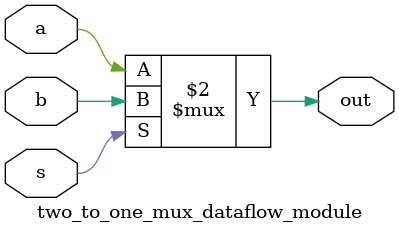
<source format=v>

module two_to_one_mux_dataflow_module (a, b, s, out);
	input a, b;
	input s;	
	output out;
	
	assign out = (s == 1'b0)?a:b;

endmodule
</source>
